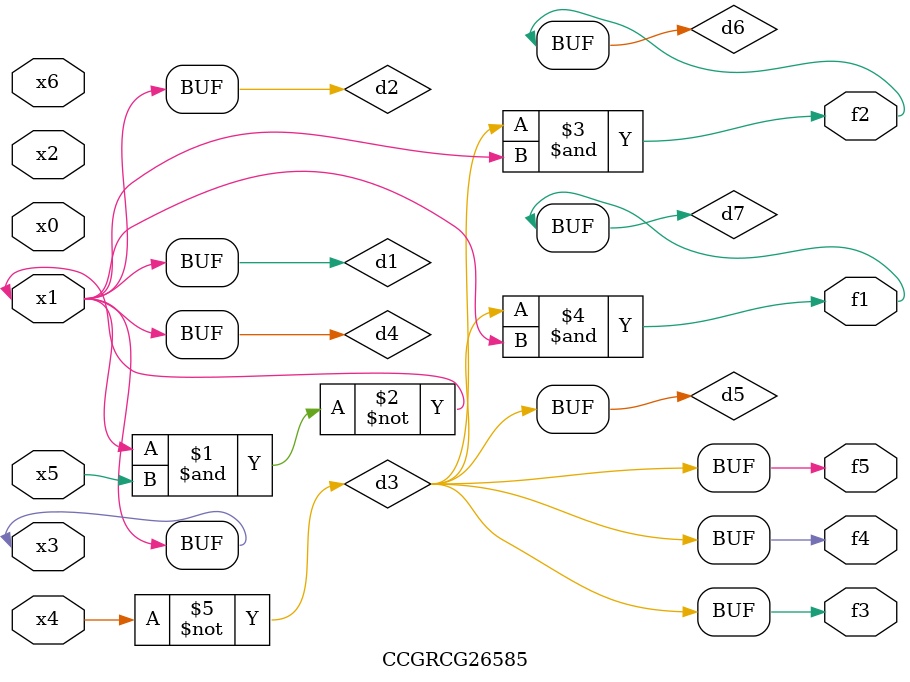
<source format=v>
module CCGRCG26585(
	input x0, x1, x2, x3, x4, x5, x6,
	output f1, f2, f3, f4, f5
);

	wire d1, d2, d3, d4, d5, d6, d7;

	buf (d1, x1, x3);
	nand (d2, x1, x5);
	not (d3, x4);
	buf (d4, d1, d2);
	buf (d5, d3);
	and (d6, d3, d4);
	and (d7, d3, d4);
	assign f1 = d7;
	assign f2 = d6;
	assign f3 = d5;
	assign f4 = d5;
	assign f5 = d5;
endmodule

</source>
